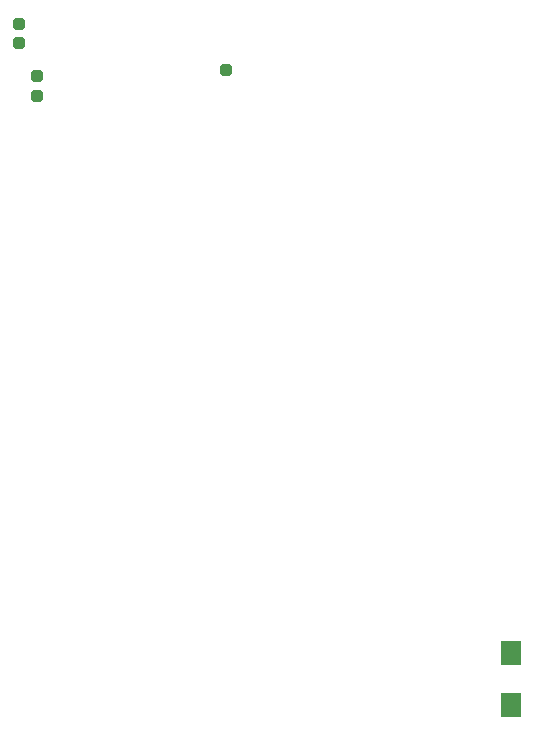
<source format=gbp>
G04*
G04 #@! TF.GenerationSoftware,Altium Limited,Altium Designer,21.6.4 (81)*
G04*
G04 Layer_Color=128*
%FSLAX25Y25*%
%MOIN*%
G70*
G04*
G04 #@! TF.SameCoordinates,82150E9F-1309-4CA2-80C3-B22644BF42D1*
G04*
G04*
G04 #@! TF.FilePolarity,Positive*
G04*
G01*
G75*
G04:AMPARAMS|DCode=81|XSize=39.37mil|YSize=39.37mil|CornerRadius=9.84mil|HoleSize=0mil|Usage=FLASHONLY|Rotation=90.000|XOffset=0mil|YOffset=0mil|HoleType=Round|Shape=RoundedRectangle|*
%AMROUNDEDRECTD81*
21,1,0.03937,0.01968,0,0,90.0*
21,1,0.01968,0.03937,0,0,90.0*
1,1,0.01968,0.00984,0.00984*
1,1,0.01968,0.00984,-0.00984*
1,1,0.01968,-0.00984,-0.00984*
1,1,0.01968,-0.00984,0.00984*
%
%ADD81ROUNDEDRECTD81*%
%ADD82R,0.07087X0.08268*%
D81*
X238500Y343500D02*
D03*
X175500Y335000D02*
D03*
Y341500D02*
D03*
X169500Y352500D02*
D03*
Y359000D02*
D03*
D82*
X333500Y149161D02*
D03*
Y131839D02*
D03*
M02*

</source>
